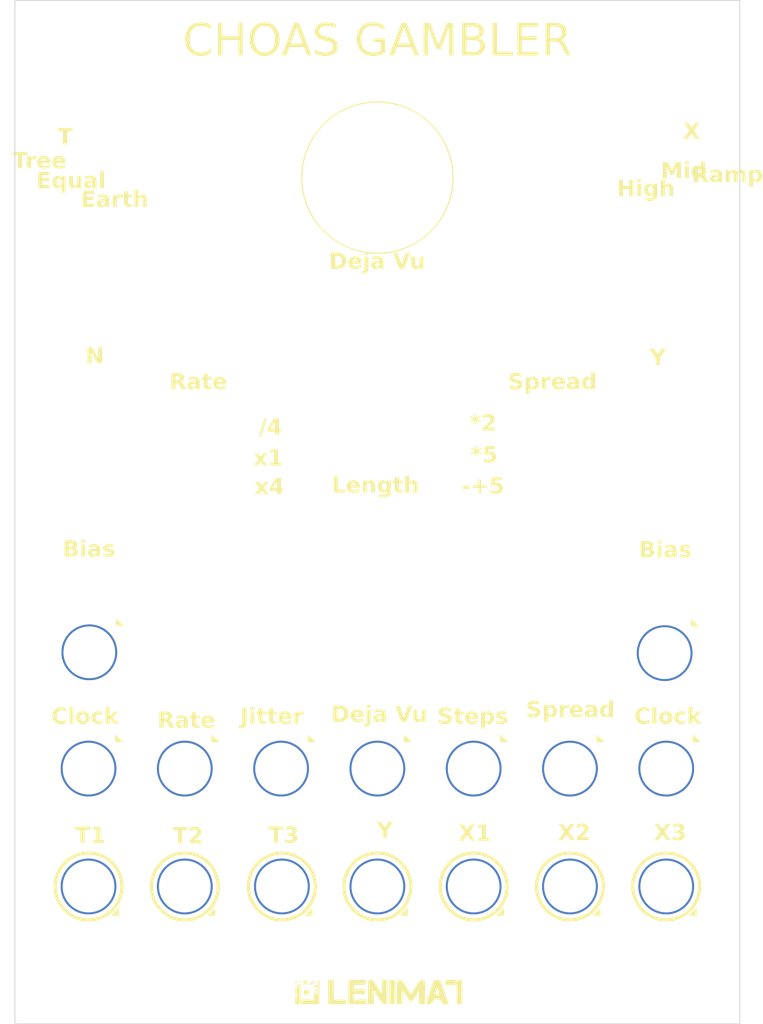
<source format=kicad_pcb>
(kicad_pcb (version 20241229) (generator "pcbnew") (generator_version "9.0")
  (layers (0 "F.Cu" signal) (4 "In1.Cu" signal) (6 "In2.Cu" signal) (2 "B.Cu" signal) (13 "F.Paste" user) (15 "B.Paste" user) (5 "F.SilkS" user "F.Silkscreen") (7 "B.SilkS" user "B.Silkscreen") (1 "F.Mask" user) (3 "B.Mask" user) (25 "Edge.Cuts" user))
  (net 0 "")
  (footprint "" (layer "F.Cu") (at 67.3 145.55)
    (property "Reference" "" (at 0 0 0) (layer "F.SilkS") (effects (font (size 1.27 1.27))))
    (property "Value" "")
    (pad "" np_thru_hole circle (at 0 0) (size 3.2 3.2) (drill 3.2) (layers "*.Cu" "*.Mask"))
  )
  (footprint "synth-gfx:jack-input" (layer "F.Cu") (at 82.9 137.2)
    (property "Reference" "REF**" (hide yes))
    (property "Value" "jack-input")
    (fp_poly (pts (xy 3.4 -3.4) (xy 3.400001 -4.140001) (xy 4.190001 -3.400001)) (stroke (width 0.15)) (fill yes) (layer "F.SilkS"))
    (pad "1" thru_hole circle (at 0 0) (size 7 7) (drill 6.5) (layers "*.Cu" "*.Mask"))
  )
  (footprint "synth-gfx:sw-ML6" (layer "F.Cu") (at 124.2 58.5)
    (property "Reference" "REF**" (hide yes))
    (property "Value" "sw-ML6")
    (pad "" np_thru_hole circle (at 0 0) (size 5.7 5.7) (drill 5.7) (layers "*.Cu" "*.Mask"))
  )
  (footprint "synth-gfx:jack-input" (layer "F.Cu") (at 58.7 137.2)
    (property "Reference" "REF**" (hide yes))
    (property "Value" "jack-input")
    (fp_poly (pts (xy 3.4 -3.4) (xy 3.400001 -4.140001) (xy 4.190001 -3.400001)) (stroke (width 0.15)) (fill yes) (layer "F.SilkS"))
    (pad "1" thru_hole circle (at 0 0) (size 7 7) (drill 6.5) (layers "*.Cu" "*.Mask"))
  )
  (footprint "synth-gfx:jack-input" (layer "F.Cu") (at 70.8 137.2)
    (property "Reference" "REF**" (hide yes))
    (property "Value" "jack-input")
    (fp_poly (pts (xy 3.4 -3.4) (xy 3.400001 -4.140001) (xy 4.190001 -3.400001)) (stroke (width 0.15)) (fill yes) (layer "F.SilkS"))
    (pad "1" thru_hole circle (at 0 0) (size 7 7) (drill 6.5) (layers "*.Cu" "*.Mask"))
  )
  (footprint "" (layer "F.Cu") (at 95 92)
    (property "Reference" "" (at 0 0 0) (layer "F.SilkS") (effects (font (size 1.27 1.27))))
    (property "Value" "")
    (pad "" np_thru_hole circle (at 0 0) (size 7.2 7.2) (drill 7.2) (layers "*.Cu" "*.Mask"))
  )
  (footprint "synth-gfx:jack-input" (layer "F.Cu") (at 58.8 122.6)
    (property "Reference" "REF**" (hide yes))
    (property "Value" "jack-input")
    (fp_poly (pts (xy 3.4 -3.4) (xy 3.400001 -4.140001) (xy 4.190001 -3.400001)) (stroke (width 0.15)) (fill yes) (layer "F.SilkS"))
    (pad "1" thru_hole circle (at 0 0) (size 7 7) (drill 6.5) (layers "*.Cu" "*.Mask"))
  )
  (footprint "synth-gfx:jack-input" (layer "F.Cu") (at 95 137.2)
    (property "Reference" "REF**" (hide yes))
    (property "Value" "jack-input")
    (fp_poly (pts (xy 3.4 -3.4) (xy 3.400001 -4.140001) (xy 4.190001 -3.400001)) (stroke (width 0.15)) (fill yes) (layer "F.SilkS"))
    (pad "1" thru_hole circle (at 0 0) (size 7 7) (drill 6.5) (layers "*.Cu" "*.Mask"))
  )
  (footprint "synth-gfx:jack-input" (layer "F.Cu") (at 107.1 137.2)
    (property "Reference" "REF**" (hide yes))
    (property "Value" "jack-input")
    (fp_poly (pts (xy 3.4 -3.4) (xy 3.400001 -4.140001) (xy 4.190001 -3.400001)) (stroke (width 0.15)) (fill yes) (layer "F.SilkS"))
    (pad "1" thru_hole circle (at 0 0) (size 7 7) (drill 6.5) (layers "*.Cu" "*.Mask"))
  )
  (footprint "" (layer "F.Cu") (at 91.45 145.55)
    (property "Reference" "" (at 0 0 0) (layer "F.SilkS") (effects (font (size 1.27 1.27))))
    (property "Value" "")
    (pad "" np_thru_hole circle (at 0 0) (size 3.2 3.2) (drill 3.2) (layers "*.Cu" "*.Mask"))
  )
  (footprint "" (layer "F.Cu") (at 72.8 76)
    (property "Reference" "" (at 0 0 0) (layer "F.SilkS") (effects (font (size 1.27 1.27))))
    (property "Value" "")
    (pad "" np_thru_hole circle (at 0 0) (size 7.2 7.2) (drill 7.2) (layers "*.Cu" "*.Mask"))
  )
  (footprint "synth-gfx:jack-output" (layer "F.Cu") (at 131.3 152)
    (property "Reference" "REF**" (hide yes))
    (property "Value" "jack-output")
    (fp_circle (center 0 0) (end 4.2 0) (stroke (width 0.4)) (fill no) (layer "F.SilkS"))
    (fp_poly (pts (xy 3.740001 3.600001) (xy 3 3.6) (xy 3.74 2.81)) (stroke (width 0.15)) (fill yes) (layer "F.SilkS"))
    (pad "1" thru_hole circle (at 0 0) (size 7 7) (drill 6.5) (layers "*.Cu" "*.Mask"))
  )
  (footprint "" (layer "F.Cu") (at 56.25 70.65)
    (property "Reference" "" (at 0 0 0) (layer "F.SilkS") (effects (font (size 1.27 1.27))))
    (property "Value" "")
    (pad "" np_thru_hole circle (at 0 0) (size 3.2 3.2) (drill 3.2) (layers "*.Cu" "*.Mask"))
  )
  (footprint "synth-gfx:jack-output" (layer "F.Cu") (at 119.2 152)
    (property "Reference" "REF**" (hide yes))
    (property "Value" "jack-output")
    (fp_circle (center 0 0) (end 4.2 0) (stroke (width 0.4)) (fill no) (layer "F.SilkS"))
    (fp_poly (pts (xy 3.740001 3.600001) (xy 3 3.6) (xy 3.74 2.81)) (stroke (width 0.15)) (fill yes) (layer "F.SilkS"))
    (pad "1" thru_hole circle (at 0 0) (size 7 7) (drill 6.5) (layers "*.Cu" "*.Mask"))
  )
  (footprint "" (layer "F.Cu") (at 79.35 145.55)
    (property "Reference" "" (at 0 0 0) (layer "F.SilkS") (effects (font (size 1.27 1.27))))
    (property "Value" "")
    (pad "" np_thru_hole circle (at 0 0) (size 3.2 3.2) (drill 3.2) (layers "*.Cu" "*.Mask"))
  )
  (footprint "synth-gfx:sw-push-button_6mm" (layer "F.Cu") (at 114.05 100.5)
    (property "Reference" "REF**" (hide yes))
    (property "Value" "sw-push-button_6mm")
    (pad "" np_thru_hole circle (at 0 0) (size 3.5 3.5) (drill 3.5) (layers "*.Cu" "*.Mask"))
  )
  (footprint "synth-gfx:jack-output" (layer "F.Cu") (at 58.7 152)
    (property "Reference" "REF**" (hide yes))
    (property "Value" "jack-output")
    (fp_circle (center 0 0) (end 4.2 0) (stroke (width 0.4)) (fill no) (layer "F.SilkS"))
    (fp_poly (pts (xy 3.740001 3.600001) (xy 3 3.6) (xy 3.74 2.81)) (stroke (width 0.15)) (fill yes) (layer "F.SilkS"))
    (pad "1" thru_hole circle (at 0 0) (size 7 7) (drill 6.5) (layers "*.Cu" "*.Mask"))
  )
  (footprint "synth-gfx:sw-push-button_6mm" (layer "F.Cu") (at 133.8 79.6)
    (property "Reference" "REF**" (hide yes))
    (property "Value" "sw-push-button_6mm")
    (pad "" np_thru_hole circle (at 0 0) (size 3.5 3.5) (drill 3.5) (layers "*.Cu" "*.Mask"))
  )
  (footprint "" (layer "F.Cu") (at 80.8 114.4)
    (property "Reference" "" (at 0 0 0) (layer "F.SilkS") (effects (font (size 1.27 1.27))))
    (property "Value" "")
    (pad "" np_thru_hole circle (at 0 0) (size 7.2 7.2) (drill 7.2) (layers "*.Cu" "*.Mask"))
  )
  (footprint "" (layer "F.Cu") (at 75.9 94.75)
    (property "Reference" "" (at 0 0 0) (layer "F.SilkS") (effects (font (size 1.27 1.27))))
    (property "Value" "")
    (pad "" np_thru_hole circle (at 0 0) (size 3.2 3.2) (drill 3.2) (layers "*.Cu" "*.Mask"))
  )
  (footprint "" (layer "F.Cu") (at 75.95 100.5)
    (property "Reference" "" (at 0 0 0) (layer "F.SilkS") (effects (font (size 1.27 1.27))))
    (property "Value" "")
    (pad "" np_thru_hole circle (at 0 0) (size 3.5 3.5) (drill 3.5) (layers "*.Cu" "*.Mask"))
  )
  (footprint "synth-gfx:jack-input" (layer "F.Cu") (at 131.3 137.2)
    (property "Reference" "REF**" (hide yes))
    (property "Value" "jack-input")
    (fp_poly (pts (xy 3.4 -3.4) (xy 3.400001 -4.140001) (xy 4.190001 -3.400001)) (stroke (width 0.15)) (fill yes) (layer "F.SilkS"))
    (pad "1" thru_hole circle (at 0 0) (size 7 7) (drill 6.5) (layers "*.Cu" "*.Mask"))
  )
  (footprint "" (layer "F.Cu") (at 133.75 70.65)
    (property "Reference" "" (at 0 0 0) (layer "F.SilkS") (effects (font (size 1.27 1.27))))
    (property "Value" "")
    (pad "" np_thru_hole circle (at 0 0) (size 3.2 3.2) (drill 3.2) (layers "*.Cu" "*.Mask"))
  )
  (footprint "" (layer "F.Cu") (at 103.5 145.55)
    (property "Reference" "" (at 0 0 0) (layer "F.SilkS") (effects (font (size 1.27 1.27))))
    (property "Value" "")
    (pad "" np_thru_hole circle (at 0 0) (size 3.2 3.2) (drill 3.2) (layers "*.Cu" "*.Mask"))
  )
  (footprint "" (layer "F.Cu") (at 109.2 114.4)
    (property "Reference" "" (at 0 0 0) (layer "F.SilkS") (effects (font (size 1.27 1.27))))
    (property "Value" "")
    (pad "" np_thru_hole circle (at 0 0) (size 7.2 7.2) (drill 7.2) (layers "*.Cu" "*.Mask"))
  )
  (footprint "" (layer "F.Cu") (at 117.2 76.025)
    (property "Reference" "" (at 0 0 0) (layer "F.SilkS") (effects (font (size 1.27 1.27))))
    (property "Value" "")
    (pad "" np_thru_hole circle (at 0 0) (size 7.2 7.2) (drill 7.2) (layers "*.Cu" "*.Mask"))
  )
  (footprint "synth-gfx:sw-push-button_6mm" (layer "F.Cu") (at 95 108)
    (property "Reference" "REF**" (hide yes))
    (property "Value" "sw-push-button_6mm")
    (pad "" np_thru_hole circle (at 0 0) (size 3.5 3.5) (drill 3.5) (layers "*.Cu" "*.Mask"))
  )
  (footprint "" (layer "F.Cu") (at 115.6 145.6)
    (property "Reference" "" (at 0 0 0) (layer "F.SilkS") (effects (font (size 1.27 1.27))))
    (property "Value" "")
    (pad "" np_thru_hole circle (at 0 0) (size 3.2 3.2) (drill 3.2) (layers "*.Cu" "*.Mask"))
  )
  (footprint "Synth:lenimal_logo_full" (layer "F.Cu") (at 95.25 165.25)
    (property "Reference" "G***" (hide yes))
    (property "Value" "LOGO" (hide yes))
    (fp_poly (pts (xy -8.636 -1.397) (xy -8.678333 -1.354667) (xy -8.720666 -1.397) (xy -8.678333 -1.439334)) (fill yes) (layer "F.SilkS"))
    (fp_poly (pts (xy -8.748889 -1.157112) (xy -8.760511 -1.106777) (xy -8.805333 -1.100667) (xy -8.875023 -1.131645) (xy -8.861778 -1.157112) (xy -8.761298 -1.167245)) (fill yes) (layer "F.SilkS"))
    (fp_poly (pts (xy -10.517552 -1.143) (xy -10.396178 -1.010911) (xy -10.377737 -0.994834) (xy -10.377001 -0.942025) (xy -10.442222 -0.931334) (xy -10.561153 -1.000279) (xy -10.582037 -1.0795) (xy -10.554882 -1.166111)) (fill yes) (layer "F.SilkS"))
    (fp_poly (pts (xy -10.343661 -1.393616) (xy -10.329333 -1.354667) (xy -10.39791 -1.279553) (xy -10.456333 -1.27) (xy -10.569005 -1.315718) (xy -10.583333 -1.354667) (xy -10.514757 -1.429782) (xy -10.456333 -1.439334)) (fill yes) (layer "F.SilkS"))
    (fp_poly (pts (xy -9.942124 -1.370556) (xy -9.934222 -1.312334) (xy -9.944052 -1.197278) (xy -9.997768 -1.221102) (xy -10.018889 -1.241778) (xy -10.073349 -1.357396) (xy -10.028887 -1.435592) (xy -10.004778 -1.439334)) (fill yes) (layer "F.SilkS"))
    (fp_poly (pts (xy 1.629834 -1.507702) (xy 1.989667 -1.481667) (xy 2.012787 0.021166) (xy 2.035907 1.524) (xy 1.652954 1.524) (xy 1.27 1.524) (xy 1.27 -0.004869) (xy 1.27 -1.533737)) (fill yes) (layer "F.SilkS"))
    (fp_poly (pts (xy -8.146247 -1.366046) (xy -8.110535 -1.189362) (xy -8.10994 -1.185334) (xy -8.103884 -1.008262) (xy -8.140759 -0.931429) (xy -8.142663 -0.931334) (xy -8.191831 -1.004965) (xy -8.212662 -1.182353) (xy -8.212666 -1.185334) (xy -8.203167 -1.363836) (xy -8.180288 -1.43932) (xy -8.179943 -1.439334)) (fill yes) (layer "F.SilkS"))
    (fp_poly (pts (xy -8.387902 -1.3509) (xy -8.382 -1.191381) (xy -8.392754 -1.028806) (xy -8.456481 -0.956341) (xy -8.620375 -0.941747) (xy -8.741833 -0.945567) (xy -9.101666 -0.959799) (xy -8.767847 -0.993984) (xy -8.562786 -1.030253) (xy -8.525469 -1.080156) (xy -8.548745 -1.099067) (xy -8.614684 -1.175557) (xy -8.549899 -1.282743) (xy -8.522731 -1.310698) (xy -8.425439 -1.392982)) (fill yes) (layer "F.SilkS"))
    (fp_poly (pts (xy -8.927164 -0.245029) (xy -8.8308 -0.189638) (xy -8.80609 -0.045108) (xy -8.805333 0.042333) (xy -8.815586 0.232065) (xy -8.878891 0.316382) (xy -9.044067 0.338004) (xy -9.144 0.338666) (xy -9.360836 0.329695) (xy -9.457199 0.274303) (xy -9.481909 0.129774) (xy -9.482666 0.042333) (xy -9.472414 -0.147399) (xy -9.409109 -0.231717) (xy -9.243932 -0.253338) (xy -9.144 -0.254)) (fill yes) (layer "F.SilkS"))
    (fp_poly (pts (xy -6.074833 -1.507702) (xy -5.715 -1.481667) (xy -5.715 -0.197583) (xy -5.711634 0.316992) (xy -5.700685 0.678081) (xy -5.680873 0.901416) (xy -5.650919 1.002727) (xy -5.617193 1.005211) (xy -5.490456 0.969597) (xy -5.243405 0.948876) (xy -4.924686 0.946649) (xy -4.855193 0.948794) (xy -4.191 0.973666) (xy -4.164469 1.248833) (xy -4.137938 1.524) (xy -5.286302 1.524) (xy -6.434666 1.524) (xy -6.434666 -0.004869) (xy -6.434666 -1.533737)) (fill yes) (layer "F.SilkS"))
    (fp_poly (pts (xy -8.960444 -1.398574) (xy -8.93838 -1.326837) (xy -8.950224 -1.269659) (xy -9.035315 -1.132245) (xy -9.111541 -1.100667) (xy -9.217724 -1.05163) (xy -9.228666 -1.016) (xy -9.302239 -0.956553) (xy -9.479506 -0.93134) (xy -9.482666 -0.931334) (xy -9.661057 -0.952471) (xy -9.736649 -1.003394) (xy -9.736666 -1.00426) (xy -9.665107 -1.045297) (xy -9.503833 -1.039964) (xy -9.358485 -1.02877) (xy -9.366992 -1.069229) (xy -9.386413 -1.08379) (xy -9.459463 -1.160892) (xy -9.386413 -1.217925) (xy -9.371676 -1.242224) (xy -9.493933 -1.228422) (xy -9.503833 -1.226561) (xy -9.68811 -1.223035) (xy -9.736666 -1.292309) (xy -9.715925 -1.312334) (xy -9.652 -1.312334) (xy -9.609666 -1.27) (xy -9.567333 -1.312334) (xy -9.609666 -1.354667) (xy -9.652 -1.312334) (xy -9.715925 -1.312334) (xy -9.654264 -1.371865) (xy -9.408682 -1.415387) (xy -9.321349 -1.42058) (xy -9.075483 -1.424691)) (fill yes) (layer "F.SilkS"))
    (fp_poly (pts (xy -1.709423 -1.217942) (xy -1.735666 -0.913042) (xy -2.455333 -0.901021) (xy -3.175 -0.889) (xy -3.201531 -0.613834) (xy -3.228062 -0.338667) (xy -2.503031 -0.338667) (xy -1.778 -0.338667) (xy -1.778 -0.042334) (xy -1.778 0.254) (xy -2.497666 0.254) (xy -3.217333 0.254) (xy -3.217333 0.630003) (xy -3.195243 0.891982) (xy -3.137844 1.047992) (xy -3.058441 1.073582) (xy -3.00652 1.017381) (xy -2.902281 0.976971) (xy -2.673328 0.946745) (xy -2.36421 0.931987) (xy -2.281003 0.931333) (xy -1.608666 0.931333) (xy -1.608666 1.227763) (xy -1.608666 1.524193) (xy -2.753613 1.518486) (xy -3.89856 1.512779) (xy -3.890622 0.002338) (xy -3.890387 -0.042334) (xy -3.217333 -0.042334) (xy -3.175 0) (xy -3.132666 -0.042334) (xy -3.175 -0.084667) (xy -3.217333 -0.042334) (xy -3.890387 -0.042334) (xy -3.882684 -1.508103) (xy -2.782932 -1.515473) (xy -1.68318 -1.522842)) (fill yes) (layer "F.SilkS"))
    (fp_poly (pts (xy -0.841781 -1.491561) (xy -0.741077 -1.414927) (xy -0.621851 -1.260065) (xy -0.459461 -1.002627) (xy -0.291232 -0.722081) (xy -0.090142 -0.391665) (xy 0.084058 -0.117528) (xy 0.210816 0.068731) (xy 0.265803 0.134294) (xy 0.296306 0.075374) (xy 0.320533 -0.119428) (xy 0.335428 -0.416691) (xy 0.338667 -0.662356) (xy 0.338667 -1.504039) (xy 0.677334 -1.508713) (xy 1.016 -1.513387) (xy 1.016 0.005306) (xy 1.016 1.524) (xy 0.681224 1.524) (xy 0.532735 1.519361) (xy 0.418604 1.488614) (xy 0.31329 1.406517) (xy 0.191251 1.247824) (xy 0.026946 0.987291) (xy -0.134913 0.717368) (xy -0.334726 0.388532) (xy -0.50676 0.116506) (xy -0.630673 -0.067231) (xy -0.682646 -0.130284) (xy -0.706063 -0.069692) (xy -0.716582 0.126382) (xy -0.713378 0.424518) (xy -0.702513 0.676347) (xy -0.656005 1.524) (xy -1.05224 1.524) (xy -1.448474 1.524) (xy -1.422737 0.021166) (xy -1.397 -1.481667) (xy -1.086201 -1.507545) (xy -0.948608 -1.514318)) (fill yes) (layer "F.SilkS"))
    (fp_poly (pts (xy 10.424584 -0.211667) (xy 10.428248 0.250571) (xy 10.431362 0.658477) (xy 10.433686 0.979429) (xy 10.43498 1.180804) (xy 10.435167 1.227666) (xy 10.418472 1.414225) (xy 10.337452 1.500079) (xy 10.145701 1.523444) (xy 10.075334 1.524) (xy 9.736667 1.524) (xy 9.726845 0.1905) (xy 9.721395 -0.250275) (xy 9.712634 -0.612468) (xy 9.701524 -0.871309) (xy 9.689025 -1.002025) (xy 9.680437 -1.005909) (xy 9.628551 -0.934194) (xy 9.497897 -0.889348) (xy 9.255958 -0.864446) (xy 8.969095 -0.854414) (xy 8.630855 -0.850672) (xy 8.423297 -0.863381) (xy 8.307923 -0.901775) (xy 8.246238 -0.975092) (xy 8.221175 -1.033839) (xy 8.172346 -1.248512) (xy 8.228564 -1.393435) (xy 8.407074 -1.479783) (xy 8.725121 -1.518728) (xy 8.977646 -1.524) (xy 9.313318 -1.521058) (xy 9.514531 -1.505731) (xy 9.616138 -1.468271) (xy 9.652991 -1.398929) (xy 9.658684 -1.3335) (xy 9.676498 -1.221406) (xy 9.713713 -1.27) (xy 9.842494 -1.444882) (xy 10.075488 -1.517786) (xy 10.181167 -1.522704) (xy 10.414 -1.524)) (fill yes) (layer "F.SilkS"))
    (fp_poly (pts (xy -9.931296 -1.020801) (xy -9.920054 -0.800395) (xy -9.911605 -0.468241) (xy -9.906792 -0.053129) (xy -9.906 0.211666) (xy -9.906 1.524) (xy -10.244666 1.524) (xy -10.583333 1.524) (xy -10.583333 1.021705) (xy -10.575294 0.733461) (xy -10.542126 0.570612) (xy -10.470253 0.489614) (xy -10.409542 0.464251) (xy -10.291571 0.401684) (xy -10.322634 0.305353) (xy -10.342055 0.281004) (xy -10.433702 0.200846) (xy -10.494797 0.272533) (xy -10.509895 0.309291) (xy -10.541204 0.31756) (xy -10.562712 0.180682) (xy -10.570703 -0.077266) (xy -10.570698 -0.084667) (xy -10.564775 -0.34641) (xy -10.549929 -0.50795) (xy -10.529345 -0.535111) (xy -10.528846 -0.533923) (xy -10.428699 -0.471143) (xy -10.359097 -0.482206) (xy -10.282554 -0.542979) (xy -10.329849 -0.592986) (xy -10.3559 -0.682372) (xy -10.329006 -0.719667) (xy -10.16 -0.719667) (xy -10.114282 -0.606995) (xy -10.075333 -0.592667) (xy -10.000219 -0.661244) (xy -9.990666 -0.719667) (xy -10.036384 -0.832339) (xy -10.075333 -0.846667) (xy -10.150448 -0.778091) (xy -10.16 -0.719667) (xy -10.329006 -0.719667) (xy -10.241123 -0.84154) (xy -10.2061 -0.877537) (xy -10.051773 -1.022567) (xy -9.953615 -1.097745) (xy -9.944485 -1.100667)) (fill yes) (layer "F.SilkS"))
    (fp_poly (pts (xy 7.478267 -1.505093) (xy 7.638341 -1.457574) (xy 7.665454 -1.434285) (xy 7.711113 -1.327112) (xy 7.801335 -1.089159) (xy 7.925369 -0.749692) (xy 8.072467 -0.337978) (xy 8.17082 -0.058452) (xy 8.327757 0.388924) (xy 8.468488 0.787797) (xy 8.582035 1.107223) (xy 8.657416 1.316262) (xy 8.679761 1.375833) (xy 8.693928 1.463361) (xy 8.622745 1.507803) (xy 8.431548 1.523004) (xy 8.308813 1.524) (xy 8.053212 1.517165) (xy 7.915984 1.478021) (xy 7.846227 1.378607) (xy 7.807864 1.248833) (xy 7.753373 1.087051) (xy 7.664439 0.998356) (xy 7.491506 0.952146) (xy 7.288513 0.928141) (xy 7.047717 0.905246) (xy 6.901944 0.919176) (xy 6.809451 1.001793) (xy 6.728491 1.184957) (xy 6.646479 1.418166) (xy 6.542781 1.488009) (xy 6.326583 1.522649) (xy 6.267991 1.524) (xy 6.045028 1.509827) (xy 5.946094 1.452962) (xy 5.926667 1.356982) (xy 5.953973 1.210489) (xy 6.029309 0.935755) (xy 6.142803 0.563666) (xy 6.236146 0.274934) (xy 7.0429 0.274934) (xy 7.094773 0.329667) (xy 7.226627 0.338839) (xy 7.290392 0.338666) (xy 7.468273 0.322031) (xy 7.513795 0.255251) (xy 7.496129 0.1905) (xy 7.435666 -0.005564) (xy 7.391469 -0.192262) (xy 7.327663 -0.404677) (xy 7.256771 -0.448186) (xy 7.179818 -0.323023) (xy 7.121787 -0.13079) (xy 7.056681 0.134746) (xy 7.0429 0.274934) (xy 6.236146 0.274934) (xy 6.284584 0.125105) (xy 6.444781 -0.349042) (xy 6.61352 -0.827889) (xy 6.705439 -1.0795) (xy 6.804582 -1.332011) (xy 6.891859 -1.464406) (xy 7.013923 -1.515472) (xy 7.217426 -1.523995) (xy 7.240087 -1.524)) (fill yes) (layer "F.SilkS"))
    (fp_poly (pts (xy 2.610384 -1.507287) (xy 2.744267 -1.487763) (xy 2.85523 -1.438203) (xy 2.96654 -1.333196) (xy 3.101462 -1.147333) (xy 3.283263 -0.855204) (xy 3.424845 -0.617809) (xy 3.627987 -0.281248) (xy 3.801412 -0.005284) (xy 3.926599 0.181378) (xy 3.984819 0.250025) (xy 4.051311 0.185628) (xy 4.154541 0.021562) (xy 4.177669 -0.021167) (xy 4.292534 -0.227075) (xy 4.463118 -0.518942) (xy 4.655581 -0.839015) (xy 4.686153 -0.889) (xy 4.874858 -1.185912) (xy 5.014671 -1.365942) (xy 5.138987 -1.460208) (xy 5.281198 -1.499824) (xy 5.349668 -1.507261) (xy 5.553683 -1.50976) (xy 5.651485 -1.442096) (xy 5.703531 -1.263844) (xy 5.72276 -1.08409) (xy 5.73895 -0.773374) (xy 5.750752 -0.370062) (xy 5.756815 0.087483) (xy 5.757334 0.264583) (xy 5.757334 1.524) (xy 5.379399 1.524) (xy 5.001465 1.524) (xy 4.977233 0.6985) (xy 4.953 -0.127) (xy 4.542787 0.5715) (xy 4.322285 0.921614) (xy 4.140557 1.15923) (xy 4.012145 1.265918) (xy 3.991554 1.27) (xy 3.877543 1.197174) (xy 3.706694 0.992474) (xy 3.49569 0.676563) (xy 3.444624 0.592666) (xy 3.259725 0.297611) (xy 3.100211 0.067598) (xy 2.989337 -0.064981) (xy 2.958322 -0.084667) (xy 2.923279 -0.005519) (xy 2.900117 0.210353) (xy 2.89153 0.530588) (xy 2.893108 0.6985) (xy 2.908285 1.481666) (xy 2.554809 1.507701) (xy 2.201334 1.533736) (xy 2.20249 0.195368) (xy 2.204474 -0.387836) (xy 2.209119 -0.635) (xy 2.624667 -0.635) (xy 2.667 -0.592667) (xy 2.709334 -0.635) (xy 2.667 -0.677334) (xy 2.624667 -0.635) (xy 2.209119 -0.635) (xy 2.212648 -0.822813) (xy 2.232069 -1.130664) (xy 2.267791 -1.332493) (xy 2.324869 -1.449401) (xy 2.408359 -1.50249) (xy 2.523316 -1.512863)) (fill yes) (layer "F.SilkS"))
    (fp_poly (pts (xy -7.535333 0.042333) (xy -7.535333 1.524) (xy -8.678333 1.524) (xy -9.821333 1.524) (xy -9.821333 1.382888) (xy -8.353778 1.382888) (xy -8.342155 1.433223) (xy -8.297333 1.439333) (xy -8.227643 1.408355) (xy -8.240889 1.382888) (xy -8.341368 1.372755) (xy -8.353778 1.382888) (xy -9.821333 1.382888) (xy -9.821333 1.227666) (xy -9.821333 1.213555) (xy -8.353778 1.213555) (xy -8.342155 1.263889) (xy -8.297333 1.27) (xy -8.227643 1.239021) (xy -8.240889 1.213555) (xy -8.341368 1.203422) (xy -8.353778 1.213555) (xy -9.821333 1.213555) (xy -9.821333 0.931333) (xy -9.148997 0.931333) (xy -8.826987 0.941477) (xy -8.574184 0.968389) (xy -8.435139 1.006783) (xy -8.42348 1.017381) (xy -8.338337 1.084639) (xy -8.270529 0.993084) (xy -8.223411 0.752657) (xy -8.211104 0.550333) (xy -8.043333 0.550333) (xy -8.001 0.592666) (xy -7.958666 0.550333) (xy -8.001 0.508) (xy -8.043333 0.550333) (xy -8.211104 0.550333) (xy -8.200336 0.373299) (xy -8.19995 0.354836) (xy -8.192208 0.043665) (xy -8.182125 -0.110769) (xy -8.166347 -0.121061) (xy -8.14152 0.000195) (xy -8.128 0.084666) (xy -8.068766 0.465666) (xy -7.704666 0.465666) (xy -7.662333 0.508) (xy -7.62 0.465666) (xy -7.662333 0.423333) (xy -7.704666 0.465666) (xy -8.068766 0.465666) (xy -8.045466 0.105833) (xy -8.025846 -0.175942) (xy -8.00795 -0.334551) (xy -7.983556 -0.415871) (xy -7.944439 -0.465779) (xy -7.942697 -0.467525) (xy -7.91881 -0.425013) (xy -7.917403 -0.25469) (xy -7.932181 -0.062826) (xy -7.945292 0.202777) (xy -7.927886 0.391941) (xy -7.89997 0.449616) (xy -7.853966 0.414211) (xy -7.853293 0.250869) (xy -7.856077 0.228361) (xy -7.874697 0.051416) (xy -7.849549 0.022635) (xy -7.762134 0.122748) (xy -7.758783 0.127) (xy -7.661075 0.235858) (xy -7.626442 0.210912) (xy -7.622693 0.152373) (xy -7.686943 -0.007453) (xy -7.759406 -0.069602) (xy -7.849598 -0.138825) (xy -7.835263 -0.230025) (xy -7.759406 -0.346648) (xy -7.657991 -0.510566) (xy -7.62 -0.606279) (xy -7.68617 -0.65631) (xy -7.838908 -0.651571) (xy -8.009557 -0.604959) (xy -8.129459 -0.529371) (xy -8.143216 -0.508) (xy -8.18651 -0.471002) (xy -8.206233 -0.599572) (xy -8.206716 -0.61549) (xy -8.190712 -0.780967) (xy -8.099405 -0.823949) (xy -8.00098 -0.811593) (xy -7.798052 -0.83066) (xy -7.704647 -0.931371) (xy -7.625952 -1.157717) (xy -7.657619 -1.308663) (xy -7.768166 -1.353371) (xy -7.866769 -1.338966) (xy -7.810091 -1.277159) (xy -7.789333 -1.262258) (xy -7.710963 -1.197151) (xy -7.775542 -1.203076) (xy -7.784041 -1.205346) (xy -7.923359 -1.289431) (xy -7.91759 -1.386774) (xy -7.774232 -1.438864) (xy -7.754055 -1.439334) (xy -7.535333 -1.439334)) (fill yes) (layer "F.SilkS"))
  )
  (footprint "" (layer "F.Cu") (at 131.2 99)
    (property "Reference" "" (at 0 0 0) (layer "F.SilkS") (effects (font (size 1.27 1.27))))
    (property "Value" "")
    (pad "" np_thru_hole circle (at 0 0) (size 7.2 7.2) (drill 7.2) (layers "*.Cu" "*.Mask"))
  )
  (footprint "" (layer "F.Cu") (at 95 62.925)
    (property "Reference" "" (at 0 0 0) (layer "F.SilkS") (effects (font (size 1.27 1.27))))
    (property "Value" "")
    (pad "" np_thru_hole circle (at 0 0) (size 7.2 7.2) (drill 7.2) (layers "*.Cu" "*.Mask"))
  )
  (footprint "synth-gfx:jack-output" (layer "F.Cu") (at 83 152)
    (property "Reference" "REF**" (hide yes))
    (property "Value" "jack-output")
    (fp_circle (center 0 0) (end 4.2 0) (stroke (width 0.4)) (fill no) (layer "F.SilkS"))
    (fp_poly (pts (xy 3.740001 3.600001) (xy 3 3.6) (xy 3.74 2.81)) (stroke (width 0.15)) (fill yes) (layer "F.SilkS"))
    (pad "1" thru_hole circle (at 0 0) (size 7 7) (drill 6.5) (layers "*.Cu" "*.Mask"))
  )
  (footprint "" (layer "F.Cu") (at 95 117)
    (property "Reference" "" (at 0 0 0) (layer "F.SilkS") (effects (font (size 1.27 1.27))))
    (property "Value" "")
    (pad "" np_thru_hole circle (at 0 0) (size 3.2 3.2) (drill 3.2) (layers "*.Cu" "*.Mask"))
  )
  (footprint "" (layer "F.Cu") (at 114.05 94.75)
    (property "Reference" "" (at 0 0 0) (layer "F.SilkS") (effects (font (size 1.27 1.27))))
    (property "Value" "")
    (pad "" np_thru_hole circle (at 0 0) (size 3.2 3.2) (drill 3.2) (layers "*.Cu" "*.Mask"))
  )
  (footprint "synth-gfx:jack-input" (layer "F.Cu") (at 119.2 137.2)
    (property "Reference" "REF**" (hide yes))
    (property "Value" "jack-input")
    (fp_poly (pts (xy 3.4 -3.4) (xy 3.400001 -4.140001) (xy 4.190001 -3.400001)) (stroke (width 0.15)) (fill yes) (layer "F.SilkS"))
    (pad "1" thru_hole circle (at 0 0) (size 7 7) (drill 6.5) (layers "*.Cu" "*.Mask"))
  )
  (footprint "synth-gfx:jack-output" (layer "F.Cu") (at 107.1 152)
    (property "Reference" "REF**" (hide yes))
    (property "Value" "jack-output")
    (fp_circle (center 0 0) (end 4.2 0) (stroke (width 0.4)) (fill no) (layer "F.SilkS"))
    (fp_poly (pts (xy 3.740001 3.600001) (xy 3 3.6) (xy 3.74 2.81)) (stroke (width 0.15)) (fill yes) (layer "F.SilkS"))
    (pad "1" thru_hole circle (at 0 0) (size 7 7) (drill 6.5) (layers "*.Cu" "*.Mask"))
  )
  (footprint "synth-gfx:jack-output" (layer "F.Cu") (at 95 152)
    (property "Reference" "REF**" (hide yes))
    (property "Value" "jack-output")
    (fp_circle (center 0 0) (end 4.2 0) (stroke (width 0.4)) (fill no) (layer "F.SilkS"))
    (fp_poly (pts (xy 3.740001 3.600001) (xy 3 3.6) (xy 3.74 2.81)) (stroke (width 0.15)) (fill yes) (layer "F.SilkS"))
    (pad "1" thru_hole circle (at 0 0) (size 7 7) (drill 6.5) (layers "*.Cu" "*.Mask"))
  )
  (footprint "synth-gfx:jack-output" (layer "F.Cu") (at 70.8 152)
    (property "Reference" "REF**" (hide yes))
    (property "Value" "jack-output")
    (fp_circle (center 0 0) (end 4.2 0) (stroke (width 0.4)) (fill no) (layer "F.SilkS"))
    (fp_poly (pts (xy 3.740001 3.600001) (xy 3 3.6) (xy 3.74 2.81)) (stroke (width 0.15)) (fill yes) (layer "F.SilkS"))
    (pad "1" thru_hole circle (at 0 0) (size 7 7) (drill 6.5) (layers "*.Cu" "*.Mask"))
  )
  (footprint "synth-gfx:jack-input" (layer "F.Cu") (at 131.1 122.7)
    (property "Reference" "REF**" (hide yes))
    (property "Value" "jack-input")
    (fp_poly (pts (xy 3.4 -3.4) (xy 3.400001 -4.140001) (xy 4.190001 -3.400001)) (stroke (width 0.15)) (fill yes) (layer "F.SilkS"))
    (pad "1" thru_hole circle (at 0 0) (size 7 7) (drill 6.5) (layers "*.Cu" "*.Mask"))
  )
  (footprint "" (layer "F.Cu") (at 58.8 99)
    (property "Reference" "" (at 0 0 0) (layer "F.SilkS") (effects (font (size 1.27 1.27))))
    (property "Value" "")
    (pad "" np_thru_hole circle (at 0 0) (size 7.2 7.2) (drill 7.2) (layers "*.Cu" "*.Mask"))
  )
  (footprint "" (layer "F.Cu") (at 127.6 145.6)
    (property "Reference" "" (at 0 0 0) (layer "F.SilkS") (effects (font (size 1.27 1.27))))
    (property "Value" "")
    (pad "" np_thru_hole circle (at 0 0) (size 3.2 3.2) (drill 3.2) (layers "*.Cu" "*.Mask"))
  )
  (footprint "synth-gfx:sw-push-button_6mm" (layer "F.Cu") (at 56.2 79.5)
    (property "Reference" "REF**" (hide yes))
    (property "Value" "sw-push-button_6mm")
    (pad "" np_thru_hole circle (at 0 0) (size 3.5 3.5) (drill 3.5) (layers "*.Cu" "*.Mask"))
  )
  (footprint "" (layer "F.Cu") (at 55.3 145.6)
    (property "Reference" "" (at 0 0 0) (layer "F.SilkS") (effects (font (size 1.27 1.27))))
    (property "Value" "")
    (pad "" np_thru_hole circle (at 0 0) (size 3.2 3.2) (drill 3.2) (layers "*.Cu" "*.Mask"))
  )
  (footprint "synth-gfx:sw-ML6" (layer "F.Cu") (at 65.8 58.5)
    (property "Reference" "REF**" (hide yes))
    (property "Value" "sw-ML6")
    (pad "" np_thru_hole circle (at 0 0) (size 5.7 5.7) (drill 5.7) (layers "*.Cu" "*.Mask"))
  )
  (gr_circle (center 95 63) (end 104.5 63) (stroke (width 0.15)) (fill no) (layer "F.SilkS"))
  (gr_rect (start 49.45 40.75) (end 140.55 169.25) (stroke (width 0.1)) (fill no) (layer "Edge.Cuts"))
  (gr_text "Deja Vu" (at 94.967446 73.619725 0) (layer "F.SilkS") (effects (font (size 2 2))))
  (gr_text "Tree" (at 52.535418 61 0) (layer "F.SilkS") (effects (font (size 2 2))))
  (gr_text "N" (at 59.5 85.5 0) (layer "F.SilkS") (effects (font (size 2 2))))
  (gr_text "Clock" (at 58.25 130.75 0) (layer "F.SilkS") (effects (font (size 2 2))))
  (gr_text "T" (at 55.75 58 0) (layer "F.SilkS") (effects (font (size 2 2))))
  (gr_text "Bias" (at 58.75 109.75 0) (layer "F.SilkS") (effects (font (size 2 2))))
  (gr_text "Y" (at 95.928099 145.063998 0) (layer "F.SilkS") (effects (font (size 2 2))))
  (gr_text "Equal" (at 56.5 63.5 0) (layer "F.SilkS") (effects (font (size 2 2))))
  (gr_text "High" (at 128.733137 64.495007 0) (layer "F.SilkS") (effects (font (size 2 2))))
  (gr_text "Length" (at 94.748309 101.729031 0) (layer "F.SilkS") (effects (font (size 2 2))))
  (gr_text "X" (at 134.488754 57.303828 0) (layer "F.SilkS") (effects (font (size 2 2))))
  (gr_text "Clock" (at 131.5 130.75 0) (layer "F.SilkS") (effects (font (size 2 2))))
  (gr_text "x1" (at 81.290111 98.313088 0) (layer "F.SilkS") (effects (font (size 2 2))))
  (gr_text "X1" (at 107.243415 145.419635 0) (layer "F.SilkS") (effects (font (size 2 2))))
  (gr_text "X3" (at 131.799542 145.34994 0) (layer "F.SilkS") (effects (font (size 2 2))))
  (gr_text "/4" (at 81.568433 94.43141 0) (layer "F.SilkS") (effects (font (size 2 2))))
  (gr_text "Bias" (at 131.1634 109.837063 0) (layer "F.SilkS") (effects (font (size 2 2))))
  (gr_text "T1" (at 58.923063 145.700177 0) (layer "F.SilkS") (effects (font (size 2 2))))
  (gr_text "T2" (at 71.195295 145.747675 0) (layer "F.SilkS") (effects (font (size 2 2))))
  (gr_text "Spread" (at 117 88.75 0) (layer "F.SilkS") (effects (font (size 2 2))))
  (gr_text "Steps" (at 107 130.75 0) (layer "F.SilkS") (effects (font (size 2 2))))
  (gr_text "Rate" (at 72.5 88.75 0) (layer "F.SilkS") (effects (font (size 2 2))))
  (gr_text "x4" (at 81.431009 101.917234 0) (layer "F.SilkS") (effects (font (size 2 2))))
  (gr_text "Ramp" (at 139 62.75 0) (layer "F.SilkS") (effects (font (size 2 2))))
  (gr_text "-+5" (at 108.252174 101.842857 0) (layer "F.SilkS") (effects (font (size 2 2))))
  (gr_text "*2" (at 108.299155 93.930808 0) (layer "F.SilkS") (effects (font (size 2 2))))
  (gr_text "*5" (at 108.413265 97.927471 0) (layer "F.SilkS") (effects (font (size 2 2))))
  (gr_text "Deja Vu" (at 95.25 130.5 0) (layer "F.SilkS") (effects (font (size 2 2))))
  (gr_text "Jitter" (at 81.75 130.75 0) (layer "F.SilkS") (effects (font (size 2 2))))
  (gr_text "X2" (at 119.752111 145.34994 0) (layer "F.SilkS") (effects (font (size 2 2))))
  (gr_text "Mid" (at 133.5 62.25 0) (layer "F.SilkS") (effects (font (size 2 2))))
  (gr_text "Earth" (at 61.969961 65.85 0) (layer "F.SilkS") (effects (font (size 2 2))))
  (gr_text "Y" (at 130.232725 85.703888 0) (layer "F.SilkS") (effects (font (size 2 2))))
  (gr_text "CHOAS GAMBLER" (at 95 46 0) (layer "F.SilkS") (effects (font (size 4 4) (thickness 0.5))))
  (gr_text "Spread" (at 119.260725 129.916209 0) (layer "F.SilkS") (effects (font (size 2 2))))
  (gr_text "Rate" (at 71 131.25 0) (layer "F.SilkS") (effects (font (size 2 2))))
  (gr_text "T3" (at 83.214427 145.682138 0) (layer "F.SilkS") (effects (font (size 2 2))))
)
</source>
